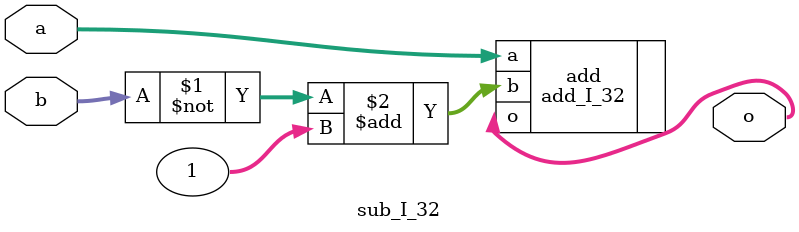
<source format=v>
module sub_I_32(
input wire [31:0] a,
input wire [31:0] b,
output wire [31:0] o
);
add_I_32 add(.a(a),.b(~b+1),.o(o));
endmodule
</source>
